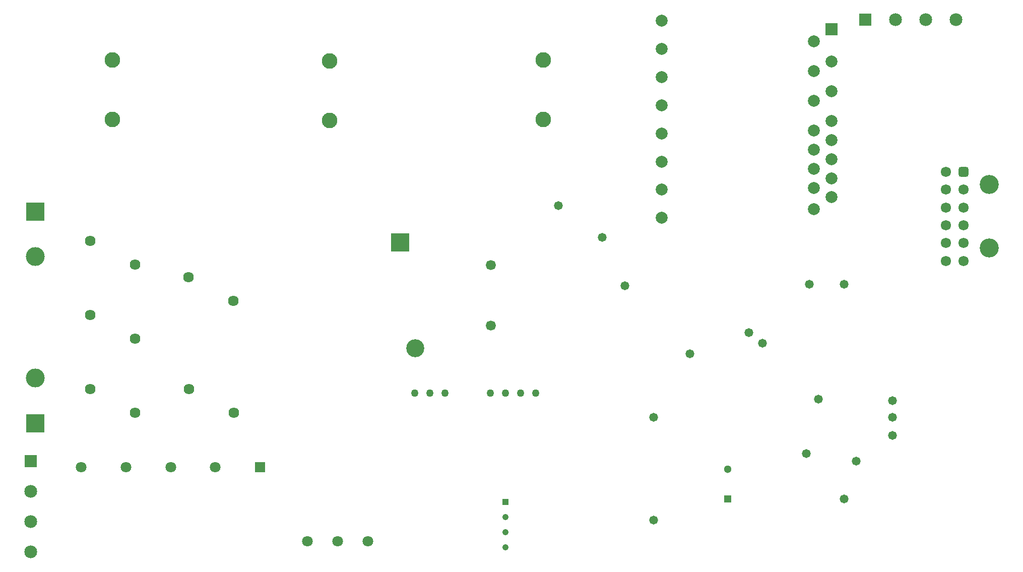
<source format=gbs>
G04*
G04 #@! TF.GenerationSoftware,Altium Limited,Altium Designer,24.10.1 (45)*
G04*
G04 Layer_Color=16711935*
%FSLAX44Y44*%
%MOMM*%
G71*
G04*
G04 #@! TF.SameCoordinates,05503BBC-DAE6-461F-9388-7E2EE6D9866D*
G04*
G04*
G04 #@! TF.FilePolarity,Negative*
G04*
G01*
G75*
%ADD59R,1.8034X1.8034*%
%ADD60C,1.8034*%
%ADD61C,3.2032*%
%ADD62C,1.7232*%
G04:AMPARAMS|DCode=63|XSize=1.7232mm|YSize=1.7232mm|CornerRadius=0.4816mm|HoleSize=0mm|Usage=FLASHONLY|Rotation=90.000|XOffset=0mm|YOffset=0mm|HoleType=Round|Shape=RoundedRectangle|*
%AMROUNDEDRECTD63*
21,1,1.7232,0.7600,0,0,90.0*
21,1,0.7600,1.7232,0,0,90.0*
1,1,0.9632,0.3800,0.3800*
1,1,0.9632,0.3800,-0.3800*
1,1,0.9632,-0.3800,-0.3800*
1,1,0.9632,-0.3800,0.3800*
%
%ADD63ROUNDEDRECTD63*%
%ADD64C,1.6900*%
%ADD65C,3.0300*%
%ADD66R,3.1600X3.1600*%
%ADD67C,2.6162*%
%ADD68C,2.0032*%
%ADD69R,2.0032X2.0032*%
%ADD70C,1.2700*%
%ADD71C,1.0668*%
%ADD72R,1.0668X1.0668*%
%ADD73R,2.1532X2.1532*%
%ADD74C,2.1532*%
%ADD75R,2.1532X2.1532*%
%ADD76C,3.1732*%
%ADD77R,3.1732X3.1732*%
%ADD78C,1.7932*%
%ADD79C,1.3000*%
%ADD80R,1.3000X1.3000*%
%ADD81C,1.4732*%
D59*
X687280Y429260D02*
D03*
D60*
X612280D02*
D03*
X537280D02*
D03*
X462280D02*
D03*
X387280D02*
D03*
X767080Y304800D02*
D03*
X817880D02*
D03*
X868680D02*
D03*
D61*
X1912620Y904240D02*
D03*
Y797440D02*
D03*
D62*
X1869620Y865840D02*
D03*
Y895840D02*
D03*
Y835840D02*
D03*
Y805840D02*
D03*
Y775840D02*
D03*
X1839620Y925840D02*
D03*
Y895840D02*
D03*
Y865840D02*
D03*
Y835840D02*
D03*
Y805840D02*
D03*
Y775840D02*
D03*
D63*
X1869620Y925840D02*
D03*
D64*
X1074957Y768991D02*
D03*
Y667391D02*
D03*
D65*
X947957Y629291D02*
D03*
D66*
X922557Y807091D02*
D03*
D67*
X1163320Y1013460D02*
D03*
Y1113460D02*
D03*
X439420D02*
D03*
Y1013460D02*
D03*
X804551Y1111983D02*
D03*
Y1011983D02*
D03*
D68*
X1361831Y1179433D02*
D03*
Y1132133D02*
D03*
Y1084833D02*
D03*
Y1037533D02*
D03*
Y990233D02*
D03*
Y942933D02*
D03*
Y895633D02*
D03*
Y848333D02*
D03*
X1617831Y862883D02*
D03*
X1647831Y882883D02*
D03*
X1617831Y898883D02*
D03*
X1647831Y914883D02*
D03*
X1617831Y930883D02*
D03*
X1647831Y946883D02*
D03*
X1617831Y962883D02*
D03*
X1647831Y978883D02*
D03*
X1617831Y994883D02*
D03*
X1647831Y1010883D02*
D03*
X1617831Y1044883D02*
D03*
X1647831Y1060883D02*
D03*
X1617831Y1094883D02*
D03*
X1647831Y1110883D02*
D03*
X1617831Y1144883D02*
D03*
D69*
X1647831Y1164883D02*
D03*
D70*
X1150620Y553720D02*
D03*
X1125220D02*
D03*
X1099820D02*
D03*
X1074420D02*
D03*
X998220D02*
D03*
X972820D02*
D03*
X947420D02*
D03*
D71*
X1099820Y294640D02*
D03*
Y320040D02*
D03*
Y345440D02*
D03*
D72*
Y370840D02*
D03*
D73*
X302260Y439420D02*
D03*
D74*
Y388620D02*
D03*
Y337820D02*
D03*
Y287020D02*
D03*
X1856740Y1181100D02*
D03*
X1805940D02*
D03*
X1755140D02*
D03*
D75*
X1704340D02*
D03*
D76*
X309880Y578920D02*
D03*
Y783028D02*
D03*
D77*
Y502920D02*
D03*
Y859028D02*
D03*
D78*
X477520Y769620D02*
D03*
X402520Y809620D02*
D03*
Y685160D02*
D03*
X477520Y645160D02*
D03*
X568331Y560803D02*
D03*
X643331Y520803D02*
D03*
X402083Y560600D02*
D03*
X477083Y520600D02*
D03*
X642620Y708660D02*
D03*
X567620Y748660D02*
D03*
D79*
X1473200Y426320D02*
D03*
D80*
Y376320D02*
D03*
D81*
X1300480Y734060D02*
D03*
X1262380Y815340D02*
D03*
X1605280Y452120D02*
D03*
X1625600Y543560D02*
D03*
X1610360Y736600D02*
D03*
X1668780D02*
D03*
X1689100Y439420D02*
D03*
X1508760Y655320D02*
D03*
X1531620Y637540D02*
D03*
X1750060Y482600D02*
D03*
Y513080D02*
D03*
Y541020D02*
D03*
X1668780Y375920D02*
D03*
X1348740Y513080D02*
D03*
X1409700Y619760D02*
D03*
X1188720Y868680D02*
D03*
X1348740Y340360D02*
D03*
M02*

</source>
